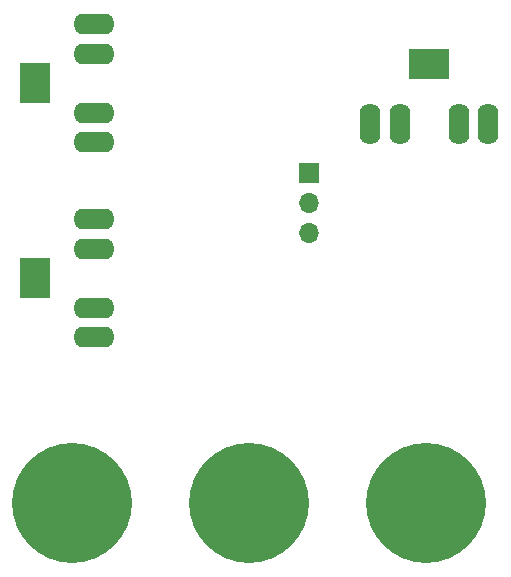
<source format=gbr>
G04 #@! TF.GenerationSoftware,KiCad,Pcbnew,(5.1.2)-1*
G04 #@! TF.CreationDate,2019-05-17T11:10:20-07:00*
G04 #@! TF.ProjectId,VNA2019soundcard,564e4132-3031-4397-936f-756e64636172,rev?*
G04 #@! TF.SameCoordinates,Original*
G04 #@! TF.FileFunction,Soldermask,Bot*
G04 #@! TF.FilePolarity,Negative*
%FSLAX46Y46*%
G04 Gerber Fmt 4.6, Leading zero omitted, Abs format (unit mm)*
G04 Created by KiCad (PCBNEW (5.1.2)-1) date 2019-05-17 11:10:20*
%MOMM*%
%LPD*%
G04 APERTURE LIST*
%ADD10O,3.500000X1.750000*%
%ADD11R,2.500000X3.500000*%
%ADD12O,1.750000X3.500000*%
%ADD13R,3.500000X2.500000*%
%ADD14C,10.160000*%
%ADD15R,1.700000X1.700000*%
%ADD16O,1.700000X1.700000*%
G04 APERTURE END LIST*
D10*
X32620000Y-60920000D03*
X32620000Y-55920000D03*
X32620000Y-63420000D03*
X32620000Y-53420000D03*
D11*
X27614000Y-58420000D03*
D10*
X32620000Y-77430000D03*
X32620000Y-72430000D03*
X32620000Y-79930000D03*
X32620000Y-69930000D03*
D11*
X27614000Y-74930000D03*
D12*
X58460000Y-61830000D03*
X63460000Y-61830000D03*
X55960000Y-61830000D03*
X65960000Y-61830000D03*
D13*
X60960000Y-56824000D03*
D14*
X30730000Y-93980000D03*
X60700000Y-93980000D03*
X45720000Y-93980000D03*
D15*
X50800000Y-66040000D03*
D16*
X50800000Y-68580000D03*
X50800000Y-71120000D03*
M02*

</source>
